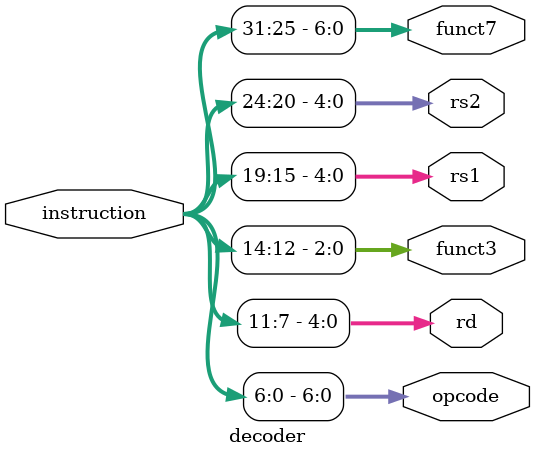
<source format=v>
module decoder (
    input [31:0] instruction,
    output [6:0] opcode,
    output [4:0] rd,
    output [2:0] funct3,
    output [4:0] rs1,
    output [4:0] rs2,
    output [6:0] funct7
);

    assign opcode = instruction[6:0];
    assign rd     = instruction[11:7];
    assign funct3 = instruction[14:12];
    assign rs1    = instruction[19:15];
    assign rs2    = instruction[24:20];
    assign funct7 = instruction[31:25];

endmodule

</source>
